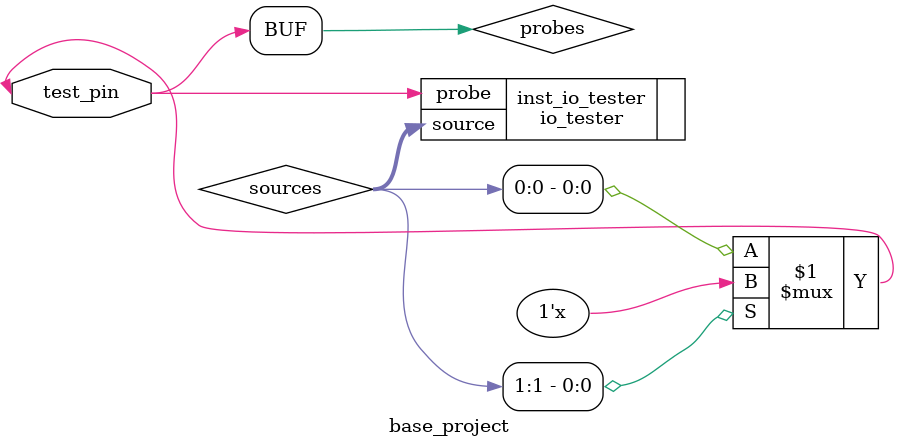
<source format=sv>


module base_project (
  inout test_pin
);

wire [1:0] sources;
wire [0:0] probes;

io_tester inst_io_tester (
    .source ( sources ),
    .probe  ( probes  )
);

assign test_pin = sources[1] ? 1'bz : sources[0];
assign probes[0] = test_pin;

endmodule

</source>
